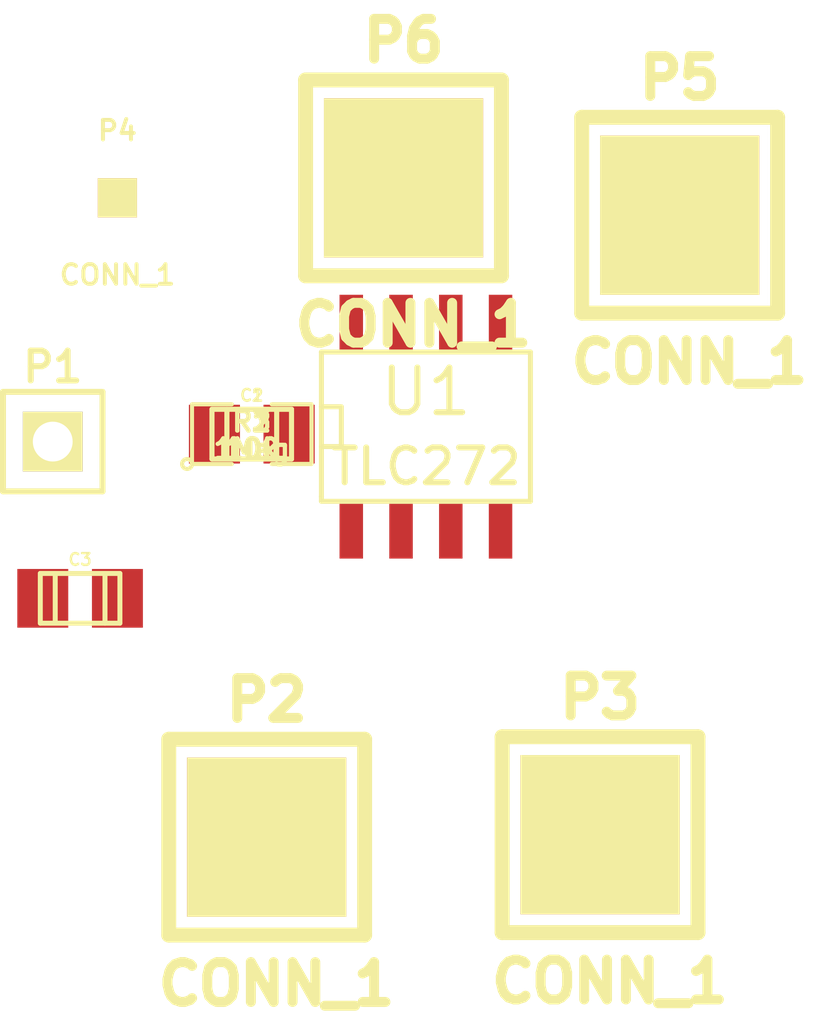
<source format=kicad_pcb>
(kicad_pcb (version 3) (host pcbnew "(22-Jun-2014 BZR 4027)-stable")

  (general
    (links 16)
    (no_connects 16)
    (area 11.0998 9.77138 33.988586 35.62604)
    (thickness 1.6)
    (drawings 0)
    (tracks 0)
    (zones 0)
    (modules 13)
    (nets 11)
  )

  (page A3)
  (layers
    (15 F.Cu signal)
    (0 B.Cu signal)
    (16 B.Adhes user)
    (17 F.Adhes user)
    (18 B.Paste user)
    (19 F.Paste user)
    (20 B.SilkS user)
    (21 F.SilkS user)
    (22 B.Mask user)
    (23 F.Mask user)
    (24 Dwgs.User user)
    (25 Cmts.User user)
    (26 Eco1.User user)
    (27 Eco2.User user)
    (28 Edge.Cuts user)
  )

  (setup
    (last_trace_width 0.254)
    (trace_clearance 0.254)
    (zone_clearance 0.508)
    (zone_45_only no)
    (trace_min 0.254)
    (segment_width 0.2)
    (edge_width 0.1)
    (via_size 0.889)
    (via_drill 0.635)
    (via_min_size 0.889)
    (via_min_drill 0.508)
    (uvia_size 0.508)
    (uvia_drill 0.127)
    (uvias_allowed no)
    (uvia_min_size 0.508)
    (uvia_min_drill 0.127)
    (pcb_text_width 0.3)
    (pcb_text_size 1.5 1.5)
    (mod_edge_width 0.15)
    (mod_text_size 1 1)
    (mod_text_width 0.15)
    (pad_size 1 1)
    (pad_drill 0)
    (pad_to_mask_clearance 0)
    (aux_axis_origin 0 0)
    (visible_elements FFFFFFBF)
    (pcbplotparams
      (layerselection 3178497)
      (usegerberextensions true)
      (excludeedgelayer true)
      (linewidth 0.150000)
      (plotframeref false)
      (viasonmask false)
      (mode 1)
      (useauxorigin false)
      (hpglpennumber 1)
      (hpglpenspeed 20)
      (hpglpendiameter 15)
      (hpglpenoverlay 2)
      (psnegative false)
      (psa4output false)
      (plotreference true)
      (plotvalue true)
      (plotothertext true)
      (plotinvisibletext false)
      (padsonsilk false)
      (subtractmaskfromsilk false)
      (outputformat 1)
      (mirror false)
      (drillshape 1)
      (scaleselection 1)
      (outputdirectory ""))
  )

  (net 0 "")
  (net 1 +5V)
  (net 2 GND)
  (net 3 N-000001)
  (net 4 N-000002)
  (net 5 N-000003)
  (net 6 N-000004)
  (net 7 N-000006)
  (net 8 N-000007)
  (net 9 N-000008)
  (net 10 N-000009)

  (net_class Default "This is the default net class."
    (clearance 0.254)
    (trace_width 0.254)
    (via_dia 0.889)
    (via_drill 0.635)
    (uvia_dia 0.508)
    (uvia_drill 0.127)
    (add_net "")
    (add_net +5V)
    (add_net GND)
    (add_net N-000001)
    (add_net N-000002)
    (add_net N-000003)
    (add_net N-000004)
    (add_net N-000006)
    (add_net N-000007)
    (add_net N-000008)
    (add_net N-000009)
  )

  (module 1PIN_SMD (layer F.Cu) (tedit 4F3E5BF2) (tstamp 55CF57B1)
    (at 22.9235 14.1605)
    (descr "module 1 pin (ou trou mecanique de percage)")
    (tags DEV)
    (path /55931163)
    (fp_text reference P6 (at 0 -3.50012) (layer F.SilkS)
      (effects (font (size 1.016 1.016) (thickness 0.254)))
    )
    (fp_text value CONN_1 (at 0.24892 3.74904) (layer F.SilkS)
      (effects (font (size 1.016 1.016) (thickness 0.254)))
    )
    (fp_line (start -2.49936 -2.49936) (end 2.49936 -2.49936) (layer F.SilkS) (width 0.381))
    (fp_line (start 2.49936 -2.49936) (end 2.49936 2.49936) (layer F.SilkS) (width 0.381))
    (fp_line (start 2.49936 2.49936) (end -2.49936 2.49936) (layer F.SilkS) (width 0.381))
    (fp_line (start -2.49936 2.49936) (end -2.49936 -2.49936) (layer F.SilkS) (width 0.381))
    (pad 1 smd rect (at 0 0) (size 4.064 4.064)
      (layers F.Cu F.Paste F.SilkS F.Mask)
      (net 1 +5V)
    )
  )

  (module 1PIN_SMD (layer F.Cu) (tedit 4F3E5BF2) (tstamp 55CFAFC7)
    (at 29.972 15.113)
    (descr "module 1 pin (ou trou mecanique de percage)")
    (tags DEV)
    (path /55931172)
    (fp_text reference P5 (at 0 -3.50012) (layer F.SilkS)
      (effects (font (size 1.016 1.016) (thickness 0.254)))
    )
    (fp_text value CONN_1 (at 0.24892 3.74904) (layer F.SilkS)
      (effects (font (size 1.016 1.016) (thickness 0.254)))
    )
    (fp_line (start -2.49936 -2.49936) (end 2.49936 -2.49936) (layer F.SilkS) (width 0.381))
    (fp_line (start 2.49936 -2.49936) (end 2.49936 2.49936) (layer F.SilkS) (width 0.381))
    (fp_line (start 2.49936 2.49936) (end -2.49936 2.49936) (layer F.SilkS) (width 0.381))
    (fp_line (start -2.49936 2.49936) (end -2.49936 -2.49936) (layer F.SilkS) (width 0.381))
    (pad 1 smd rect (at 0 0) (size 4.064 4.064)
      (layers F.Cu F.Paste F.SilkS F.Mask)
      (net 2 GND)
    )
  )

  (module 1PIN_SMD (layer F.Cu) (tedit 4F3E5BF2) (tstamp 55CFAFD1)
    (at 19.431 30.988)
    (descr "module 1 pin (ou trou mecanique de percage)")
    (tags DEV)
    (path /55CF4A56)
    (fp_text reference P2 (at 0 -3.50012) (layer F.SilkS)
      (effects (font (size 1.016 1.016) (thickness 0.254)))
    )
    (fp_text value CONN_1 (at 0.24892 3.74904) (layer F.SilkS)
      (effects (font (size 1.016 1.016) (thickness 0.254)))
    )
    (fp_line (start -2.49936 -2.49936) (end 2.49936 -2.49936) (layer F.SilkS) (width 0.381))
    (fp_line (start 2.49936 -2.49936) (end 2.49936 2.49936) (layer F.SilkS) (width 0.381))
    (fp_line (start 2.49936 2.49936) (end -2.49936 2.49936) (layer F.SilkS) (width 0.381))
    (fp_line (start -2.49936 2.49936) (end -2.49936 -2.49936) (layer F.SilkS) (width 0.381))
    (pad 1 smd rect (at 0 0) (size 4.064 4.064)
      (layers F.Cu F.Paste F.SilkS F.Mask)
      (net 3 N-000001)
    )
  )

  (module 1PIN_SMD (layer F.Cu) (tedit 4F3E5BF2) (tstamp 55CFAFDB)
    (at 27.94 30.9245)
    (descr "module 1 pin (ou trou mecanique de percage)")
    (tags DEV)
    (path /55CF4C25)
    (fp_text reference P3 (at 0 -3.50012) (layer F.SilkS)
      (effects (font (size 1.016 1.016) (thickness 0.254)))
    )
    (fp_text value CONN_1 (at 0.24892 3.74904) (layer F.SilkS)
      (effects (font (size 1.016 1.016) (thickness 0.254)))
    )
    (fp_line (start -2.49936 -2.49936) (end 2.49936 -2.49936) (layer F.SilkS) (width 0.381))
    (fp_line (start 2.49936 -2.49936) (end 2.49936 2.49936) (layer F.SilkS) (width 0.381))
    (fp_line (start 2.49936 2.49936) (end -2.49936 2.49936) (layer F.SilkS) (width 0.381))
    (fp_line (start -2.49936 2.49936) (end -2.49936 -2.49936) (layer F.SilkS) (width 0.381))
    (pad 1 smd rect (at 0 0) (size 4.064 4.064)
      (layers F.Cu F.Paste F.SilkS F.Mask)
      (net 6 N-000004)
    )
  )

  (module 1PIN_SMD (layer F.Cu) (tedit 55CF525D) (tstamp 55CFAFE1)
    (at 15.621 14.6685)
    (descr "module 1 pin (ou trou mecanique de percage)")
    (tags DEV)
    (path /55931154)
    (fp_text reference P4 (at 0 -1.7145) (layer F.SilkS)
      (effects (font (size 0.5 0.5) (thickness 0.1)))
    )
    (fp_text value CONN_1 (at 0 1.9685) (layer F.SilkS)
      (effects (font (size 0.5 0.5) (thickness 0.1)))
    )
    (pad 1 smd rect (at 0 0) (size 1 1)
      (layers F.Cu F.Paste F.SilkS F.Mask)
      (net 5 N-000003)
    )
  )

  (module SO8E (layer F.Cu) (tedit 4F33A5C7) (tstamp 55CF4EC5)
    (at 23.495 20.5105)
    (descr "module CMS SOJ 8 pins etroit")
    (tags "CMS SOJ")
    (path /5592ECDD)
    (attr smd)
    (fp_text reference U1 (at 0 -0.889) (layer F.SilkS)
      (effects (font (size 1.143 1.143) (thickness 0.1524)))
    )
    (fp_text value TLC272 (at 0 1.016) (layer F.SilkS)
      (effects (font (size 0.889 0.889) (thickness 0.1524)))
    )
    (fp_line (start -2.667 1.778) (end -2.667 1.905) (layer F.SilkS) (width 0.127))
    (fp_line (start -2.667 1.905) (end 2.667 1.905) (layer F.SilkS) (width 0.127))
    (fp_line (start 2.667 -1.905) (end -2.667 -1.905) (layer F.SilkS) (width 0.127))
    (fp_line (start -2.667 -1.905) (end -2.667 1.778) (layer F.SilkS) (width 0.127))
    (fp_line (start -2.667 -0.508) (end -2.159 -0.508) (layer F.SilkS) (width 0.127))
    (fp_line (start -2.159 -0.508) (end -2.159 0.508) (layer F.SilkS) (width 0.127))
    (fp_line (start -2.159 0.508) (end -2.667 0.508) (layer F.SilkS) (width 0.127))
    (fp_line (start 2.667 -1.905) (end 2.667 1.905) (layer F.SilkS) (width 0.127))
    (pad 8 smd rect (at -1.905 -2.667) (size 0.59944 1.39954)
      (layers F.Cu F.Paste F.Mask)
      (net 1 +5V)
    )
    (pad 1 smd rect (at -1.905 2.667) (size 0.59944 1.39954)
      (layers F.Cu F.Paste F.Mask)
      (net 8 N-000007)
    )
    (pad 7 smd rect (at -0.635 -2.667) (size 0.59944 1.39954)
      (layers F.Cu F.Paste F.Mask)
      (net 9 N-000008)
    )
    (pad 6 smd rect (at 0.635 -2.667) (size 0.59944 1.39954)
      (layers F.Cu F.Paste F.Mask)
      (net 9 N-000008)
    )
    (pad 5 smd rect (at 1.905 -2.667) (size 0.59944 1.39954)
      (layers F.Cu F.Paste F.Mask)
      (net 10 N-000009)
    )
    (pad 2 smd rect (at -0.635 2.667) (size 0.59944 1.39954)
      (layers F.Cu F.Paste F.Mask)
      (net 8 N-000007)
    )
    (pad 3 smd rect (at 0.635 2.667) (size 0.59944 1.39954)
      (layers F.Cu F.Paste F.Mask)
      (net 7 N-000006)
    )
    (pad 4 smd rect (at 1.905 2.667) (size 0.59944 1.39954)
      (layers F.Cu F.Paste F.Mask)
      (net 2 GND)
    )
    (model smd/cms_so8.wrl
      (at (xyz 0 0 0))
      (scale (xyz 0.5 0.32 0.5))
      (rotate (xyz 0 0 0))
    )
  )

  (module SM0805 (layer F.Cu) (tedit 5091495C) (tstamp 55CF4ED2)
    (at 19.05 20.701)
    (path /5592EDD4)
    (attr smd)
    (fp_text reference R1 (at 0 -0.3175) (layer F.SilkS)
      (effects (font (size 0.50038 0.50038) (thickness 0.10922)))
    )
    (fp_text value 10k (at 0 0.381) (layer F.SilkS)
      (effects (font (size 0.50038 0.50038) (thickness 0.10922)))
    )
    (fp_circle (center -1.651 0.762) (end -1.651 0.635) (layer F.SilkS) (width 0.09906))
    (fp_line (start -0.508 0.762) (end -1.524 0.762) (layer F.SilkS) (width 0.09906))
    (fp_line (start -1.524 0.762) (end -1.524 -0.762) (layer F.SilkS) (width 0.09906))
    (fp_line (start -1.524 -0.762) (end -0.508 -0.762) (layer F.SilkS) (width 0.09906))
    (fp_line (start 0.508 -0.762) (end 1.524 -0.762) (layer F.SilkS) (width 0.09906))
    (fp_line (start 1.524 -0.762) (end 1.524 0.762) (layer F.SilkS) (width 0.09906))
    (fp_line (start 1.524 0.762) (end 0.508 0.762) (layer F.SilkS) (width 0.09906))
    (pad 1 smd rect (at -0.9525 0) (size 0.889 1.397)
      (layers F.Cu F.Paste F.Mask)
      (net 8 N-000007)
    )
    (pad 2 smd rect (at 0.9525 0) (size 0.889 1.397)
      (layers F.Cu F.Paste F.Mask)
      (net 3 N-000001)
    )
    (model smd/chip_cms.wrl
      (at (xyz 0 0 0))
      (scale (xyz 0.1 0.1 0.1))
      (rotate (xyz 0 0 0))
    )
  )

  (module SM0805 (layer F.Cu) (tedit 5091495C) (tstamp 55CF4EDF)
    (at 19.05 20.701)
    (path /5592EDE3)
    (attr smd)
    (fp_text reference R3 (at 0 -0.3175) (layer F.SilkS)
      (effects (font (size 0.50038 0.50038) (thickness 0.10922)))
    )
    (fp_text value 100 (at 0 0.381) (layer F.SilkS)
      (effects (font (size 0.50038 0.50038) (thickness 0.10922)))
    )
    (fp_circle (center -1.651 0.762) (end -1.651 0.635) (layer F.SilkS) (width 0.09906))
    (fp_line (start -0.508 0.762) (end -1.524 0.762) (layer F.SilkS) (width 0.09906))
    (fp_line (start -1.524 0.762) (end -1.524 -0.762) (layer F.SilkS) (width 0.09906))
    (fp_line (start -1.524 -0.762) (end -0.508 -0.762) (layer F.SilkS) (width 0.09906))
    (fp_line (start 0.508 -0.762) (end 1.524 -0.762) (layer F.SilkS) (width 0.09906))
    (fp_line (start 1.524 -0.762) (end 1.524 0.762) (layer F.SilkS) (width 0.09906))
    (fp_line (start 1.524 0.762) (end 0.508 0.762) (layer F.SilkS) (width 0.09906))
    (pad 1 smd rect (at -0.9525 0) (size 0.889 1.397)
      (layers F.Cu F.Paste F.Mask)
      (net 9 N-000008)
    )
    (pad 2 smd rect (at 0.9525 0) (size 0.889 1.397)
      (layers F.Cu F.Paste F.Mask)
      (net 5 N-000003)
    )
    (model smd/chip_cms.wrl
      (at (xyz 0 0 0))
      (scale (xyz 0.1 0.1 0.1))
      (rotate (xyz 0 0 0))
    )
  )

  (module SM0805 (layer F.Cu) (tedit 5091495C) (tstamp 55CF4EEC)
    (at 19.05 20.701)
    (path /55CF4C85)
    (attr smd)
    (fp_text reference R2 (at 0 -0.3175) (layer F.SilkS)
      (effects (font (size 0.50038 0.50038) (thickness 0.10922)))
    )
    (fp_text value 1Meg (at 0 0.381) (layer F.SilkS)
      (effects (font (size 0.50038 0.50038) (thickness 0.10922)))
    )
    (fp_circle (center -1.651 0.762) (end -1.651 0.635) (layer F.SilkS) (width 0.09906))
    (fp_line (start -0.508 0.762) (end -1.524 0.762) (layer F.SilkS) (width 0.09906))
    (fp_line (start -1.524 0.762) (end -1.524 -0.762) (layer F.SilkS) (width 0.09906))
    (fp_line (start -1.524 -0.762) (end -0.508 -0.762) (layer F.SilkS) (width 0.09906))
    (fp_line (start 0.508 -0.762) (end 1.524 -0.762) (layer F.SilkS) (width 0.09906))
    (fp_line (start 1.524 -0.762) (end 1.524 0.762) (layer F.SilkS) (width 0.09906))
    (fp_line (start 1.524 0.762) (end 0.508 0.762) (layer F.SilkS) (width 0.09906))
    (pad 1 smd rect (at -0.9525 0) (size 0.889 1.397)
      (layers F.Cu F.Paste F.Mask)
      (net 10 N-000009)
    )
    (pad 2 smd rect (at 0.9525 0) (size 0.889 1.397)
      (layers F.Cu F.Paste F.Mask)
      (net 6 N-000004)
    )
    (model smd/chip_cms.wrl
      (at (xyz 0 0 0))
      (scale (xyz 0.1 0.1 0.1))
      (rotate (xyz 0 0 0))
    )
  )

  (module c_0805 (layer F.Cu) (tedit 49047394) (tstamp 55CF4EF8)
    (at 14.6685 24.892)
    (descr "SMT capacitor, 0805")
    (path /5592EDF2)
    (fp_text reference C3 (at 0 -0.9906) (layer F.SilkS)
      (effects (font (size 0.29972 0.29972) (thickness 0.06096)))
    )
    (fp_text value .22upf (at 0 0.9906) (layer F.SilkS) hide
      (effects (font (size 0.29972 0.29972) (thickness 0.06096)))
    )
    (fp_line (start 0.635 -0.635) (end 0.635 0.635) (layer F.SilkS) (width 0.127))
    (fp_line (start -0.635 -0.635) (end -0.635 0.6096) (layer F.SilkS) (width 0.127))
    (fp_line (start -1.016 -0.635) (end 1.016 -0.635) (layer F.SilkS) (width 0.127))
    (fp_line (start 1.016 -0.635) (end 1.016 0.635) (layer F.SilkS) (width 0.127))
    (fp_line (start 1.016 0.635) (end -1.016 0.635) (layer F.SilkS) (width 0.127))
    (fp_line (start -1.016 0.635) (end -1.016 -0.635) (layer F.SilkS) (width 0.127))
    (pad 1 smd rect (at 0.9525 0) (size 1.30048 1.4986)
      (layers F.Cu F.Paste F.Mask)
      (net 10 N-000009)
    )
    (pad 2 smd rect (at -0.9525 0) (size 1.30048 1.4986)
      (layers F.Cu F.Paste F.Mask)
      (net 8 N-000007)
    )
    (model smd/capacitors/c_0805.wrl
      (at (xyz 0 0 0))
      (scale (xyz 1 1 1))
      (rotate (xyz 0 0 0))
    )
  )

  (module c_0805 (layer F.Cu) (tedit 49047394) (tstamp 55CF4F04)
    (at 19.05 20.701)
    (descr "SMT capacitor, 0805")
    (path /5592EE01)
    (fp_text reference C1 (at 0 -0.9906) (layer F.SilkS)
      (effects (font (size 0.29972 0.29972) (thickness 0.06096)))
    )
    (fp_text value 10nf (at 0 0.9906) (layer F.SilkS) hide
      (effects (font (size 0.29972 0.29972) (thickness 0.06096)))
    )
    (fp_line (start 0.635 -0.635) (end 0.635 0.635) (layer F.SilkS) (width 0.127))
    (fp_line (start -0.635 -0.635) (end -0.635 0.6096) (layer F.SilkS) (width 0.127))
    (fp_line (start -1.016 -0.635) (end 1.016 -0.635) (layer F.SilkS) (width 0.127))
    (fp_line (start 1.016 -0.635) (end 1.016 0.635) (layer F.SilkS) (width 0.127))
    (fp_line (start 1.016 0.635) (end -1.016 0.635) (layer F.SilkS) (width 0.127))
    (fp_line (start -1.016 0.635) (end -1.016 -0.635) (layer F.SilkS) (width 0.127))
    (pad 1 smd rect (at 0.9525 0) (size 1.30048 1.4986)
      (layers F.Cu F.Paste F.Mask)
      (net 4 N-000002)
    )
    (pad 2 smd rect (at -0.9525 0) (size 1.30048 1.4986)
      (layers F.Cu F.Paste F.Mask)
      (net 7 N-000006)
    )
    (model smd/capacitors/c_0805.wrl
      (at (xyz 0 0 0))
      (scale (xyz 1 1 1))
      (rotate (xyz 0 0 0))
    )
  )

  (module c_0805 (layer F.Cu) (tedit 49047394) (tstamp 55CF4F10)
    (at 19.05 20.701)
    (descr "SMT capacitor, 0805")
    (path /5592EE10)
    (fp_text reference C2 (at 0 -0.9906) (layer F.SilkS)
      (effects (font (size 0.29972 0.29972) (thickness 0.06096)))
    )
    (fp_text value 100nf (at 0 0.9906) (layer F.SilkS) hide
      (effects (font (size 0.29972 0.29972) (thickness 0.06096)))
    )
    (fp_line (start 0.635 -0.635) (end 0.635 0.635) (layer F.SilkS) (width 0.127))
    (fp_line (start -0.635 -0.635) (end -0.635 0.6096) (layer F.SilkS) (width 0.127))
    (fp_line (start -1.016 -0.635) (end 1.016 -0.635) (layer F.SilkS) (width 0.127))
    (fp_line (start 1.016 -0.635) (end 1.016 0.635) (layer F.SilkS) (width 0.127))
    (fp_line (start 1.016 0.635) (end -1.016 0.635) (layer F.SilkS) (width 0.127))
    (fp_line (start -1.016 0.635) (end -1.016 -0.635) (layer F.SilkS) (width 0.127))
    (pad 1 smd rect (at 0.9525 0) (size 1.30048 1.4986)
      (layers F.Cu F.Paste F.Mask)
      (net 1 +5V)
    )
    (pad 2 smd rect (at -0.9525 0) (size 1.30048 1.4986)
      (layers F.Cu F.Paste F.Mask)
      (net 2 GND)
    )
    (model smd/capacitors/c_0805.wrl
      (at (xyz 0 0 0))
      (scale (xyz 1 1 1))
      (rotate (xyz 0 0 0))
    )
  )

  (module PIN_ARRAY_1 (layer F.Cu) (tedit 4E4E744E) (tstamp 55CF4FB2)
    (at 13.97 20.8915)
    (descr "1 pin")
    (tags "CONN DEV")
    (path /5592EFE7)
    (fp_text reference P1 (at 0 -1.905) (layer F.SilkS)
      (effects (font (size 0.762 0.762) (thickness 0.1524)))
    )
    (fp_text value CONN_1 (at 0 -1.905) (layer F.SilkS) hide
      (effects (font (size 0.762 0.762) (thickness 0.1524)))
    )
    (fp_line (start 1.27 1.27) (end -1.27 1.27) (layer F.SilkS) (width 0.1524))
    (fp_line (start -1.27 -1.27) (end 1.27 -1.27) (layer F.SilkS) (width 0.1524))
    (fp_line (start -1.27 1.27) (end -1.27 -1.27) (layer F.SilkS) (width 0.1524))
    (fp_line (start 1.27 -1.27) (end 1.27 1.27) (layer F.SilkS) (width 0.1524))
    (pad 1 thru_hole rect (at 0 0) (size 1.524 1.524) (drill 1.016)
      (layers *.Cu *.Mask F.SilkS)
      (net 4 N-000002)
    )
    (model pin_array\pin_1.wrl
      (at (xyz 0 0 0))
      (scale (xyz 1 1 1))
      (rotate (xyz 0 0 0))
    )
  )

)

</source>
